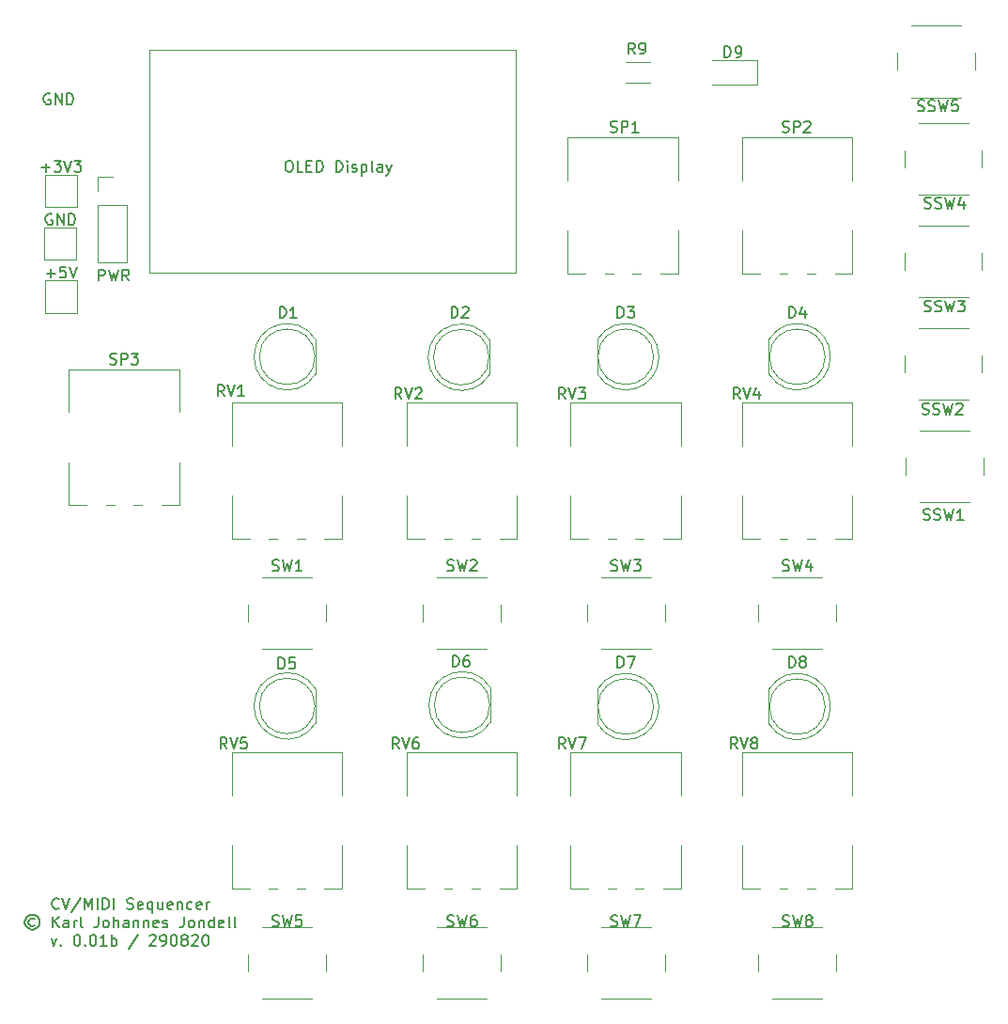
<source format=gbr>
%TF.GenerationSoftware,KiCad,Pcbnew,(5.1.6-0-10_14)*%
%TF.CreationDate,2020-08-30T21:59:18+02:00*%
%TF.ProjectId,sequencer-pcb,73657175-656e-4636-9572-2d7063622e6b,rev?*%
%TF.SameCoordinates,Original*%
%TF.FileFunction,Legend,Top*%
%TF.FilePolarity,Positive*%
%FSLAX46Y46*%
G04 Gerber Fmt 4.6, Leading zero omitted, Abs format (unit mm)*
G04 Created by KiCad (PCBNEW (5.1.6-0-10_14)) date 2020-08-30 21:59:18*
%MOMM*%
%LPD*%
G01*
G04 APERTURE LIST*
%ADD10C,0.150000*%
%ADD11C,0.120000*%
G04 APERTURE END LIST*
D10*
X100771428Y-130307142D02*
X100723809Y-130354761D01*
X100580952Y-130402380D01*
X100485714Y-130402380D01*
X100342857Y-130354761D01*
X100247619Y-130259523D01*
X100200000Y-130164285D01*
X100152380Y-129973809D01*
X100152380Y-129830952D01*
X100200000Y-129640476D01*
X100247619Y-129545238D01*
X100342857Y-129450000D01*
X100485714Y-129402380D01*
X100580952Y-129402380D01*
X100723809Y-129450000D01*
X100771428Y-129497619D01*
X101057142Y-129402380D02*
X101390476Y-130402380D01*
X101723809Y-129402380D01*
X102771428Y-129354761D02*
X101914285Y-130640476D01*
X103104761Y-130402380D02*
X103104761Y-129402380D01*
X103438095Y-130116666D01*
X103771428Y-129402380D01*
X103771428Y-130402380D01*
X104247619Y-130402380D02*
X104247619Y-129402380D01*
X104723809Y-130402380D02*
X104723809Y-129402380D01*
X104961904Y-129402380D01*
X105104761Y-129450000D01*
X105200000Y-129545238D01*
X105247619Y-129640476D01*
X105295238Y-129830952D01*
X105295238Y-129973809D01*
X105247619Y-130164285D01*
X105200000Y-130259523D01*
X105104761Y-130354761D01*
X104961904Y-130402380D01*
X104723809Y-130402380D01*
X105723809Y-130402380D02*
X105723809Y-129402380D01*
X106914285Y-130354761D02*
X107057142Y-130402380D01*
X107295238Y-130402380D01*
X107390476Y-130354761D01*
X107438095Y-130307142D01*
X107485714Y-130211904D01*
X107485714Y-130116666D01*
X107438095Y-130021428D01*
X107390476Y-129973809D01*
X107295238Y-129926190D01*
X107104761Y-129878571D01*
X107009523Y-129830952D01*
X106961904Y-129783333D01*
X106914285Y-129688095D01*
X106914285Y-129592857D01*
X106961904Y-129497619D01*
X107009523Y-129450000D01*
X107104761Y-129402380D01*
X107342857Y-129402380D01*
X107485714Y-129450000D01*
X108295238Y-130354761D02*
X108200000Y-130402380D01*
X108009523Y-130402380D01*
X107914285Y-130354761D01*
X107866666Y-130259523D01*
X107866666Y-129878571D01*
X107914285Y-129783333D01*
X108009523Y-129735714D01*
X108200000Y-129735714D01*
X108295238Y-129783333D01*
X108342857Y-129878571D01*
X108342857Y-129973809D01*
X107866666Y-130069047D01*
X109200000Y-129735714D02*
X109200000Y-130735714D01*
X109200000Y-130354761D02*
X109104761Y-130402380D01*
X108914285Y-130402380D01*
X108819047Y-130354761D01*
X108771428Y-130307142D01*
X108723809Y-130211904D01*
X108723809Y-129926190D01*
X108771428Y-129830952D01*
X108819047Y-129783333D01*
X108914285Y-129735714D01*
X109104761Y-129735714D01*
X109200000Y-129783333D01*
X110104761Y-129735714D02*
X110104761Y-130402380D01*
X109676190Y-129735714D02*
X109676190Y-130259523D01*
X109723809Y-130354761D01*
X109819047Y-130402380D01*
X109961904Y-130402380D01*
X110057142Y-130354761D01*
X110104761Y-130307142D01*
X110961904Y-130354761D02*
X110866666Y-130402380D01*
X110676190Y-130402380D01*
X110580952Y-130354761D01*
X110533333Y-130259523D01*
X110533333Y-129878571D01*
X110580952Y-129783333D01*
X110676190Y-129735714D01*
X110866666Y-129735714D01*
X110961904Y-129783333D01*
X111009523Y-129878571D01*
X111009523Y-129973809D01*
X110533333Y-130069047D01*
X111438095Y-129735714D02*
X111438095Y-130402380D01*
X111438095Y-129830952D02*
X111485714Y-129783333D01*
X111580952Y-129735714D01*
X111723809Y-129735714D01*
X111819047Y-129783333D01*
X111866666Y-129878571D01*
X111866666Y-130402380D01*
X112771428Y-130354761D02*
X112676190Y-130402380D01*
X112485714Y-130402380D01*
X112390476Y-130354761D01*
X112342857Y-130307142D01*
X112295238Y-130211904D01*
X112295238Y-129926190D01*
X112342857Y-129830952D01*
X112390476Y-129783333D01*
X112485714Y-129735714D01*
X112676190Y-129735714D01*
X112771428Y-129783333D01*
X113580952Y-130354761D02*
X113485714Y-130402380D01*
X113295238Y-130402380D01*
X113200000Y-130354761D01*
X113152380Y-130259523D01*
X113152380Y-129878571D01*
X113200000Y-129783333D01*
X113295238Y-129735714D01*
X113485714Y-129735714D01*
X113580952Y-129783333D01*
X113628571Y-129878571D01*
X113628571Y-129973809D01*
X113152380Y-130069047D01*
X114057142Y-130402380D02*
X114057142Y-129735714D01*
X114057142Y-129926190D02*
X114104761Y-129830952D01*
X114152380Y-129783333D01*
X114247619Y-129735714D01*
X114342857Y-129735714D01*
X98557142Y-131290476D02*
X98461904Y-131242857D01*
X98271428Y-131242857D01*
X98176190Y-131290476D01*
X98080952Y-131385714D01*
X98033333Y-131480952D01*
X98033333Y-131671428D01*
X98080952Y-131766666D01*
X98176190Y-131861904D01*
X98271428Y-131909523D01*
X98461904Y-131909523D01*
X98557142Y-131861904D01*
X98366666Y-130909523D02*
X98128571Y-130957142D01*
X97890476Y-131100000D01*
X97747619Y-131338095D01*
X97700000Y-131576190D01*
X97747619Y-131814285D01*
X97890476Y-132052380D01*
X98128571Y-132195238D01*
X98366666Y-132242857D01*
X98604761Y-132195238D01*
X98842857Y-132052380D01*
X98985714Y-131814285D01*
X99033333Y-131576190D01*
X98985714Y-131338095D01*
X98842857Y-131100000D01*
X98604761Y-130957142D01*
X98366666Y-130909523D01*
X100223809Y-132052380D02*
X100223809Y-131052380D01*
X100795238Y-132052380D02*
X100366666Y-131480952D01*
X100795238Y-131052380D02*
X100223809Y-131623809D01*
X101652380Y-132052380D02*
X101652380Y-131528571D01*
X101604761Y-131433333D01*
X101509523Y-131385714D01*
X101319047Y-131385714D01*
X101223809Y-131433333D01*
X101652380Y-132004761D02*
X101557142Y-132052380D01*
X101319047Y-132052380D01*
X101223809Y-132004761D01*
X101176190Y-131909523D01*
X101176190Y-131814285D01*
X101223809Y-131719047D01*
X101319047Y-131671428D01*
X101557142Y-131671428D01*
X101652380Y-131623809D01*
X102128571Y-132052380D02*
X102128571Y-131385714D01*
X102128571Y-131576190D02*
X102176190Y-131480952D01*
X102223809Y-131433333D01*
X102319047Y-131385714D01*
X102414285Y-131385714D01*
X102890476Y-132052380D02*
X102795238Y-132004761D01*
X102747619Y-131909523D01*
X102747619Y-131052380D01*
X104319047Y-131052380D02*
X104319047Y-131766666D01*
X104271428Y-131909523D01*
X104176190Y-132004761D01*
X104033333Y-132052380D01*
X103938095Y-132052380D01*
X104938095Y-132052380D02*
X104842857Y-132004761D01*
X104795238Y-131957142D01*
X104747619Y-131861904D01*
X104747619Y-131576190D01*
X104795238Y-131480952D01*
X104842857Y-131433333D01*
X104938095Y-131385714D01*
X105080952Y-131385714D01*
X105176190Y-131433333D01*
X105223809Y-131480952D01*
X105271428Y-131576190D01*
X105271428Y-131861904D01*
X105223809Y-131957142D01*
X105176190Y-132004761D01*
X105080952Y-132052380D01*
X104938095Y-132052380D01*
X105700000Y-132052380D02*
X105700000Y-131052380D01*
X106128571Y-132052380D02*
X106128571Y-131528571D01*
X106080952Y-131433333D01*
X105985714Y-131385714D01*
X105842857Y-131385714D01*
X105747619Y-131433333D01*
X105700000Y-131480952D01*
X107033333Y-132052380D02*
X107033333Y-131528571D01*
X106985714Y-131433333D01*
X106890476Y-131385714D01*
X106700000Y-131385714D01*
X106604761Y-131433333D01*
X107033333Y-132004761D02*
X106938095Y-132052380D01*
X106700000Y-132052380D01*
X106604761Y-132004761D01*
X106557142Y-131909523D01*
X106557142Y-131814285D01*
X106604761Y-131719047D01*
X106700000Y-131671428D01*
X106938095Y-131671428D01*
X107033333Y-131623809D01*
X107509523Y-131385714D02*
X107509523Y-132052380D01*
X107509523Y-131480952D02*
X107557142Y-131433333D01*
X107652380Y-131385714D01*
X107795238Y-131385714D01*
X107890476Y-131433333D01*
X107938095Y-131528571D01*
X107938095Y-132052380D01*
X108414285Y-131385714D02*
X108414285Y-132052380D01*
X108414285Y-131480952D02*
X108461904Y-131433333D01*
X108557142Y-131385714D01*
X108700000Y-131385714D01*
X108795238Y-131433333D01*
X108842857Y-131528571D01*
X108842857Y-132052380D01*
X109700000Y-132004761D02*
X109604761Y-132052380D01*
X109414285Y-132052380D01*
X109319047Y-132004761D01*
X109271428Y-131909523D01*
X109271428Y-131528571D01*
X109319047Y-131433333D01*
X109414285Y-131385714D01*
X109604761Y-131385714D01*
X109700000Y-131433333D01*
X109747619Y-131528571D01*
X109747619Y-131623809D01*
X109271428Y-131719047D01*
X110128571Y-132004761D02*
X110223809Y-132052380D01*
X110414285Y-132052380D01*
X110509523Y-132004761D01*
X110557142Y-131909523D01*
X110557142Y-131861904D01*
X110509523Y-131766666D01*
X110414285Y-131719047D01*
X110271428Y-131719047D01*
X110176190Y-131671428D01*
X110128571Y-131576190D01*
X110128571Y-131528571D01*
X110176190Y-131433333D01*
X110271428Y-131385714D01*
X110414285Y-131385714D01*
X110509523Y-131433333D01*
X112033333Y-131052380D02*
X112033333Y-131766666D01*
X111985714Y-131909523D01*
X111890476Y-132004761D01*
X111747619Y-132052380D01*
X111652380Y-132052380D01*
X112652380Y-132052380D02*
X112557142Y-132004761D01*
X112509523Y-131957142D01*
X112461904Y-131861904D01*
X112461904Y-131576190D01*
X112509523Y-131480952D01*
X112557142Y-131433333D01*
X112652380Y-131385714D01*
X112795238Y-131385714D01*
X112890476Y-131433333D01*
X112938095Y-131480952D01*
X112985714Y-131576190D01*
X112985714Y-131861904D01*
X112938095Y-131957142D01*
X112890476Y-132004761D01*
X112795238Y-132052380D01*
X112652380Y-132052380D01*
X113414285Y-131385714D02*
X113414285Y-132052380D01*
X113414285Y-131480952D02*
X113461904Y-131433333D01*
X113557142Y-131385714D01*
X113700000Y-131385714D01*
X113795238Y-131433333D01*
X113842857Y-131528571D01*
X113842857Y-132052380D01*
X114747619Y-132052380D02*
X114747619Y-131052380D01*
X114747619Y-132004761D02*
X114652380Y-132052380D01*
X114461904Y-132052380D01*
X114366666Y-132004761D01*
X114319047Y-131957142D01*
X114271428Y-131861904D01*
X114271428Y-131576190D01*
X114319047Y-131480952D01*
X114366666Y-131433333D01*
X114461904Y-131385714D01*
X114652380Y-131385714D01*
X114747619Y-131433333D01*
X115604761Y-132004761D02*
X115509523Y-132052380D01*
X115319047Y-132052380D01*
X115223809Y-132004761D01*
X115176190Y-131909523D01*
X115176190Y-131528571D01*
X115223809Y-131433333D01*
X115319047Y-131385714D01*
X115509523Y-131385714D01*
X115604761Y-131433333D01*
X115652380Y-131528571D01*
X115652380Y-131623809D01*
X115176190Y-131719047D01*
X116223809Y-132052380D02*
X116128571Y-132004761D01*
X116080952Y-131909523D01*
X116080952Y-131052380D01*
X116747619Y-132052380D02*
X116652380Y-132004761D01*
X116604761Y-131909523D01*
X116604761Y-131052380D01*
X100080952Y-133035714D02*
X100319047Y-133702380D01*
X100557142Y-133035714D01*
X100938095Y-133607142D02*
X100985714Y-133654761D01*
X100938095Y-133702380D01*
X100890476Y-133654761D01*
X100938095Y-133607142D01*
X100938095Y-133702380D01*
X102366666Y-132702380D02*
X102461904Y-132702380D01*
X102557142Y-132750000D01*
X102604761Y-132797619D01*
X102652380Y-132892857D01*
X102700000Y-133083333D01*
X102700000Y-133321428D01*
X102652380Y-133511904D01*
X102604761Y-133607142D01*
X102557142Y-133654761D01*
X102461904Y-133702380D01*
X102366666Y-133702380D01*
X102271428Y-133654761D01*
X102223809Y-133607142D01*
X102176190Y-133511904D01*
X102128571Y-133321428D01*
X102128571Y-133083333D01*
X102176190Y-132892857D01*
X102223809Y-132797619D01*
X102271428Y-132750000D01*
X102366666Y-132702380D01*
X103128571Y-133607142D02*
X103176190Y-133654761D01*
X103128571Y-133702380D01*
X103080952Y-133654761D01*
X103128571Y-133607142D01*
X103128571Y-133702380D01*
X103795238Y-132702380D02*
X103890476Y-132702380D01*
X103985714Y-132750000D01*
X104033333Y-132797619D01*
X104080952Y-132892857D01*
X104128571Y-133083333D01*
X104128571Y-133321428D01*
X104080952Y-133511904D01*
X104033333Y-133607142D01*
X103985714Y-133654761D01*
X103890476Y-133702380D01*
X103795238Y-133702380D01*
X103700000Y-133654761D01*
X103652380Y-133607142D01*
X103604761Y-133511904D01*
X103557142Y-133321428D01*
X103557142Y-133083333D01*
X103604761Y-132892857D01*
X103652380Y-132797619D01*
X103700000Y-132750000D01*
X103795238Y-132702380D01*
X105080952Y-133702380D02*
X104509523Y-133702380D01*
X104795238Y-133702380D02*
X104795238Y-132702380D01*
X104700000Y-132845238D01*
X104604761Y-132940476D01*
X104509523Y-132988095D01*
X105509523Y-133702380D02*
X105509523Y-132702380D01*
X105509523Y-133083333D02*
X105604761Y-133035714D01*
X105795238Y-133035714D01*
X105890476Y-133083333D01*
X105938095Y-133130952D01*
X105985714Y-133226190D01*
X105985714Y-133511904D01*
X105938095Y-133607142D01*
X105890476Y-133654761D01*
X105795238Y-133702380D01*
X105604761Y-133702380D01*
X105509523Y-133654761D01*
X107890476Y-132654761D02*
X107033333Y-133940476D01*
X108938095Y-132797619D02*
X108985714Y-132750000D01*
X109080952Y-132702380D01*
X109319047Y-132702380D01*
X109414285Y-132750000D01*
X109461904Y-132797619D01*
X109509523Y-132892857D01*
X109509523Y-132988095D01*
X109461904Y-133130952D01*
X108890476Y-133702380D01*
X109509523Y-133702380D01*
X109985714Y-133702380D02*
X110176190Y-133702380D01*
X110271428Y-133654761D01*
X110319047Y-133607142D01*
X110414285Y-133464285D01*
X110461904Y-133273809D01*
X110461904Y-132892857D01*
X110414285Y-132797619D01*
X110366666Y-132750000D01*
X110271428Y-132702380D01*
X110080952Y-132702380D01*
X109985714Y-132750000D01*
X109938095Y-132797619D01*
X109890476Y-132892857D01*
X109890476Y-133130952D01*
X109938095Y-133226190D01*
X109985714Y-133273809D01*
X110080952Y-133321428D01*
X110271428Y-133321428D01*
X110366666Y-133273809D01*
X110414285Y-133226190D01*
X110461904Y-133130952D01*
X111080952Y-132702380D02*
X111176190Y-132702380D01*
X111271428Y-132750000D01*
X111319047Y-132797619D01*
X111366666Y-132892857D01*
X111414285Y-133083333D01*
X111414285Y-133321428D01*
X111366666Y-133511904D01*
X111319047Y-133607142D01*
X111271428Y-133654761D01*
X111176190Y-133702380D01*
X111080952Y-133702380D01*
X110985714Y-133654761D01*
X110938095Y-133607142D01*
X110890476Y-133511904D01*
X110842857Y-133321428D01*
X110842857Y-133083333D01*
X110890476Y-132892857D01*
X110938095Y-132797619D01*
X110985714Y-132750000D01*
X111080952Y-132702380D01*
X111985714Y-133130952D02*
X111890476Y-133083333D01*
X111842857Y-133035714D01*
X111795238Y-132940476D01*
X111795238Y-132892857D01*
X111842857Y-132797619D01*
X111890476Y-132750000D01*
X111985714Y-132702380D01*
X112176190Y-132702380D01*
X112271428Y-132750000D01*
X112319047Y-132797619D01*
X112366666Y-132892857D01*
X112366666Y-132940476D01*
X112319047Y-133035714D01*
X112271428Y-133083333D01*
X112176190Y-133130952D01*
X111985714Y-133130952D01*
X111890476Y-133178571D01*
X111842857Y-133226190D01*
X111795238Y-133321428D01*
X111795238Y-133511904D01*
X111842857Y-133607142D01*
X111890476Y-133654761D01*
X111985714Y-133702380D01*
X112176190Y-133702380D01*
X112271428Y-133654761D01*
X112319047Y-133607142D01*
X112366666Y-133511904D01*
X112366666Y-133321428D01*
X112319047Y-133226190D01*
X112271428Y-133178571D01*
X112176190Y-133130952D01*
X112747619Y-132797619D02*
X112795238Y-132750000D01*
X112890476Y-132702380D01*
X113128571Y-132702380D01*
X113223809Y-132750000D01*
X113271428Y-132797619D01*
X113319047Y-132892857D01*
X113319047Y-132988095D01*
X113271428Y-133130952D01*
X112700000Y-133702380D01*
X113319047Y-133702380D01*
X113938095Y-132702380D02*
X114033333Y-132702380D01*
X114128571Y-132750000D01*
X114176190Y-132797619D01*
X114223809Y-132892857D01*
X114271428Y-133083333D01*
X114271428Y-133321428D01*
X114223809Y-133511904D01*
X114176190Y-133607142D01*
X114128571Y-133654761D01*
X114033333Y-133702380D01*
X113938095Y-133702380D01*
X113842857Y-133654761D01*
X113795238Y-133607142D01*
X113747619Y-133511904D01*
X113700000Y-133321428D01*
X113700000Y-133083333D01*
X113747619Y-132892857D01*
X113795238Y-132797619D01*
X113842857Y-132750000D01*
X113938095Y-132702380D01*
D11*
%TO.C,D9*%
X159650000Y-56185000D02*
X163710000Y-56185000D01*
X163710000Y-56185000D02*
X163710000Y-53915000D01*
X163710000Y-53915000D02*
X159650000Y-53915000D01*
%TO.C,+5V*%
X99500000Y-73800000D02*
X102400000Y-73800000D01*
X102400000Y-73800000D02*
X102400000Y-76700000D01*
X102400000Y-76700000D02*
X99500000Y-76700000D01*
X99500000Y-76700000D02*
X99500000Y-73800000D01*
%TO.C,GND*%
X99450000Y-69025000D02*
X102350000Y-69025000D01*
X102350000Y-69025000D02*
X102350000Y-71925000D01*
X102350000Y-71925000D02*
X99450000Y-71925000D01*
X99450000Y-71925000D02*
X99450000Y-69025000D01*
%TO.C,+3V3*%
X99500000Y-64250000D02*
X102400000Y-64250000D01*
X102400000Y-64250000D02*
X102400000Y-67150000D01*
X102400000Y-67150000D02*
X99500000Y-67150000D01*
X99500000Y-67150000D02*
X99500000Y-64250000D01*
%TO.C,PWR*%
X104270000Y-72160000D02*
X106930000Y-72160000D01*
X104270000Y-67020000D02*
X104270000Y-72160000D01*
X106930000Y-67020000D02*
X106930000Y-72160000D01*
X104270000Y-67020000D02*
X106930000Y-67020000D01*
X104270000Y-65750000D02*
X104270000Y-64420000D01*
X104270000Y-64420000D02*
X105600000Y-64420000D01*
%TO.C,RV1*%
X116368000Y-97050000D02*
X116368000Y-93185000D01*
X116368000Y-88675000D02*
X116368000Y-84810000D01*
X126308000Y-97050000D02*
X126308000Y-93185000D01*
X126308000Y-88675000D02*
X126308000Y-84810000D01*
X116368000Y-97050000D02*
X117967000Y-97050000D01*
X119709000Y-97050000D02*
X120468000Y-97050000D01*
X122209000Y-97050000D02*
X122968000Y-97050000D01*
X124708000Y-97050000D02*
X126308000Y-97050000D01*
X116368000Y-84810000D02*
X126308000Y-84810000D01*
%TO.C,OLED Display*%
X108950000Y-73050000D02*
X108950000Y-53050000D01*
X141950000Y-73050000D02*
X108950000Y-73050000D01*
X141950000Y-53050000D02*
X141950000Y-73050000D01*
X108950000Y-53050000D02*
X141950000Y-53050000D01*
%TO.C,SP3*%
X101680000Y-94020000D02*
X101680000Y-90155000D01*
X101680000Y-85645000D02*
X101680000Y-81780000D01*
X111620000Y-94020000D02*
X111620000Y-90155000D01*
X111620000Y-85645000D02*
X111620000Y-81780000D01*
X101680000Y-94020000D02*
X103279000Y-94020000D01*
X105021000Y-94020000D02*
X105780000Y-94020000D01*
X107521000Y-94020000D02*
X108280000Y-94020000D01*
X110020000Y-94020000D02*
X111620000Y-94020000D01*
X101680000Y-81780000D02*
X111620000Y-81780000D01*
%TO.C,SP2*%
X162353000Y-60906000D02*
X172293000Y-60906000D01*
X170693000Y-73146000D02*
X172293000Y-73146000D01*
X168194000Y-73146000D02*
X168953000Y-73146000D01*
X165694000Y-73146000D02*
X166453000Y-73146000D01*
X162353000Y-73146000D02*
X163952000Y-73146000D01*
X172293000Y-64771000D02*
X172293000Y-60906000D01*
X172293000Y-73146000D02*
X172293000Y-69281000D01*
X162353000Y-64771000D02*
X162353000Y-60906000D01*
X162353000Y-73146000D02*
X162353000Y-69281000D01*
%TO.C,SP1*%
X146640000Y-73146000D02*
X146640000Y-69281000D01*
X146640000Y-64771000D02*
X146640000Y-60906000D01*
X156580000Y-73146000D02*
X156580000Y-69281000D01*
X156580000Y-64771000D02*
X156580000Y-60906000D01*
X146640000Y-73146000D02*
X148239000Y-73146000D01*
X149981000Y-73146000D02*
X150740000Y-73146000D01*
X152481000Y-73146000D02*
X153240000Y-73146000D01*
X154980000Y-73146000D02*
X156580000Y-73146000D01*
X146640000Y-60906000D02*
X156580000Y-60906000D01*
%TO.C,RV8*%
X162353000Y-116306000D02*
X172293000Y-116306000D01*
X170693000Y-128546000D02*
X172293000Y-128546000D01*
X168194000Y-128546000D02*
X168953000Y-128546000D01*
X165694000Y-128546000D02*
X166453000Y-128546000D01*
X162353000Y-128546000D02*
X163952000Y-128546000D01*
X172293000Y-120171000D02*
X172293000Y-116306000D01*
X172293000Y-128546000D02*
X172293000Y-124681000D01*
X162353000Y-120171000D02*
X162353000Y-116306000D01*
X162353000Y-128546000D02*
X162353000Y-124681000D01*
%TO.C,RV7*%
X146894000Y-128546000D02*
X146894000Y-124681000D01*
X146894000Y-120171000D02*
X146894000Y-116306000D01*
X156834000Y-128546000D02*
X156834000Y-124681000D01*
X156834000Y-120171000D02*
X156834000Y-116306000D01*
X146894000Y-128546000D02*
X148493000Y-128546000D01*
X150235000Y-128546000D02*
X150994000Y-128546000D01*
X152735000Y-128546000D02*
X153494000Y-128546000D01*
X155234000Y-128546000D02*
X156834000Y-128546000D01*
X146894000Y-116306000D02*
X156834000Y-116306000D01*
%TO.C,RV6*%
X132127000Y-128546000D02*
X132127000Y-124681000D01*
X132127000Y-120171000D02*
X132127000Y-116306000D01*
X142067000Y-128546000D02*
X142067000Y-124681000D01*
X142067000Y-120171000D02*
X142067000Y-116306000D01*
X132127000Y-128546000D02*
X133726000Y-128546000D01*
X135468000Y-128546000D02*
X136227000Y-128546000D01*
X137968000Y-128546000D02*
X138727000Y-128546000D01*
X140467000Y-128546000D02*
X142067000Y-128546000D01*
X132127000Y-116306000D02*
X142067000Y-116306000D01*
%TO.C,RV5*%
X116368000Y-128546000D02*
X116368000Y-124681000D01*
X116368000Y-120171000D02*
X116368000Y-116306000D01*
X126308000Y-128546000D02*
X126308000Y-124681000D01*
X126308000Y-120171000D02*
X126308000Y-116306000D01*
X116368000Y-128546000D02*
X117967000Y-128546000D01*
X119709000Y-128546000D02*
X120468000Y-128546000D01*
X122209000Y-128546000D02*
X122968000Y-128546000D01*
X124708000Y-128546000D02*
X126308000Y-128546000D01*
X116368000Y-116306000D02*
X126308000Y-116306000D01*
%TO.C,RV4*%
X162353000Y-84810000D02*
X172293000Y-84810000D01*
X170693000Y-97050000D02*
X172293000Y-97050000D01*
X168194000Y-97050000D02*
X168953000Y-97050000D01*
X165694000Y-97050000D02*
X166453000Y-97050000D01*
X162353000Y-97050000D02*
X163952000Y-97050000D01*
X172293000Y-88675000D02*
X172293000Y-84810000D01*
X172293000Y-97050000D02*
X172293000Y-93185000D01*
X162353000Y-88675000D02*
X162353000Y-84810000D01*
X162353000Y-97050000D02*
X162353000Y-93185000D01*
%TO.C,RV3*%
X146894000Y-97050000D02*
X146894000Y-93185000D01*
X146894000Y-88675000D02*
X146894000Y-84810000D01*
X156834000Y-97050000D02*
X156834000Y-93185000D01*
X156834000Y-88675000D02*
X156834000Y-84810000D01*
X146894000Y-97050000D02*
X148493000Y-97050000D01*
X150235000Y-97050000D02*
X150994000Y-97050000D01*
X152735000Y-97050000D02*
X153494000Y-97050000D01*
X155234000Y-97050000D02*
X156834000Y-97050000D01*
X146894000Y-84810000D02*
X156834000Y-84810000D01*
%TO.C,RV2*%
X132127000Y-97050000D02*
X132127000Y-93185000D01*
X132127000Y-88675000D02*
X132127000Y-84810000D01*
X142067000Y-97050000D02*
X142067000Y-93185000D01*
X142067000Y-88675000D02*
X142067000Y-84810000D01*
X132127000Y-97050000D02*
X133726000Y-97050000D01*
X135468000Y-97050000D02*
X136227000Y-97050000D01*
X137968000Y-97050000D02*
X138727000Y-97050000D01*
X140467000Y-97050000D02*
X142067000Y-97050000D01*
X132127000Y-84810000D02*
X142067000Y-84810000D01*
%TO.C,SSW5*%
X176323000Y-53300000D02*
X176323000Y-54800000D01*
X177573000Y-57300000D02*
X182073000Y-57300000D01*
X183323000Y-54800000D02*
X183323000Y-53300000D01*
X182073000Y-50800000D02*
X177573000Y-50800000D01*
%TO.C,SSW1*%
X178328000Y-93778000D02*
X182828000Y-93778000D01*
X177078000Y-89778000D02*
X177078000Y-91278000D01*
X182828000Y-87278000D02*
X178328000Y-87278000D01*
X184078000Y-91278000D02*
X184078000Y-89778000D01*
%TO.C,SSW3*%
X178224000Y-75320666D02*
X182724000Y-75320666D01*
X176974000Y-71320666D02*
X176974000Y-72820666D01*
X182724000Y-68820666D02*
X178224000Y-68820666D01*
X183974000Y-72820666D02*
X183974000Y-71320666D01*
%TO.C,SSW2*%
X178224000Y-84549332D02*
X182724000Y-84549332D01*
X176974000Y-80549332D02*
X176974000Y-82049332D01*
X182724000Y-78049332D02*
X178224000Y-78049332D01*
X183974000Y-82049332D02*
X183974000Y-80549332D01*
%TO.C,SSW4*%
X178224000Y-66092000D02*
X182724000Y-66092000D01*
X176974000Y-62092000D02*
X176974000Y-63592000D01*
X182724000Y-59592000D02*
X178224000Y-59592000D01*
X183974000Y-63592000D02*
X183974000Y-62092000D01*
%TO.C,SW8*%
X170823000Y-135982000D02*
X170823000Y-134482000D01*
X169573000Y-131982000D02*
X165073000Y-131982000D01*
X163823000Y-134482000D02*
X163823000Y-135982000D01*
X165073000Y-138482000D02*
X169573000Y-138482000D01*
%TO.C,SW7*%
X149614000Y-138482000D02*
X154114000Y-138482000D01*
X148364000Y-134482000D02*
X148364000Y-135982000D01*
X154114000Y-131982000D02*
X149614000Y-131982000D01*
X155364000Y-135982000D02*
X155364000Y-134482000D01*
%TO.C,SW6*%
X134847000Y-138482000D02*
X139347000Y-138482000D01*
X133597000Y-134482000D02*
X133597000Y-135982000D01*
X139347000Y-131982000D02*
X134847000Y-131982000D01*
X140597000Y-135982000D02*
X140597000Y-134482000D01*
%TO.C,SW5*%
X119088000Y-138482000D02*
X123588000Y-138482000D01*
X117838000Y-134482000D02*
X117838000Y-135982000D01*
X123588000Y-131982000D02*
X119088000Y-131982000D01*
X124838000Y-135982000D02*
X124838000Y-134482000D01*
%TO.C,SW4*%
X170823000Y-104486000D02*
X170823000Y-102986000D01*
X169573000Y-100486000D02*
X165073000Y-100486000D01*
X163823000Y-102986000D02*
X163823000Y-104486000D01*
X165073000Y-106986000D02*
X169573000Y-106986000D01*
%TO.C,SW3*%
X149614000Y-106986000D02*
X154114000Y-106986000D01*
X148364000Y-102986000D02*
X148364000Y-104486000D01*
X154114000Y-100486000D02*
X149614000Y-100486000D01*
X155364000Y-104486000D02*
X155364000Y-102986000D01*
%TO.C,SW2*%
X134847000Y-106986000D02*
X139347000Y-106986000D01*
X133597000Y-102986000D02*
X133597000Y-104486000D01*
X139347000Y-100486000D02*
X134847000Y-100486000D01*
X140597000Y-104486000D02*
X140597000Y-102986000D01*
%TO.C,SW1*%
X119088000Y-106986000D02*
X123588000Y-106986000D01*
X117838000Y-102986000D02*
X117838000Y-104486000D01*
X123588000Y-100486000D02*
X119088000Y-100486000D01*
X124838000Y-104486000D02*
X124838000Y-102986000D01*
%TO.C,R9*%
X154061252Y-54140000D02*
X151838748Y-54140000D01*
X154061252Y-55960000D02*
X151838748Y-55960000D01*
%TO.C,D8*%
X164758000Y-110609000D02*
X164758000Y-113699000D01*
X169818000Y-112154000D02*
G75*
G03*
X169818000Y-112154000I-2500000J0D01*
G01*
X170308000Y-112153538D02*
G75*
G02*
X164758000Y-113698830I-2990000J-462D01*
G01*
X170308000Y-112154462D02*
G75*
G03*
X164758000Y-110609170I-2990000J462D01*
G01*
%TO.C,D7*%
X154359000Y-112154000D02*
G75*
G03*
X154359000Y-112154000I-2500000J0D01*
G01*
X149299000Y-110609000D02*
X149299000Y-113699000D01*
X154849000Y-112154462D02*
G75*
G03*
X149299000Y-110609170I-2990000J462D01*
G01*
X154849000Y-112153538D02*
G75*
G02*
X149299000Y-113698830I-2990000J-462D01*
G01*
%TO.C,D6*%
X139602000Y-112000000D02*
G75*
G03*
X139602000Y-112000000I-2500000J0D01*
G01*
X139662000Y-113545000D02*
X139662000Y-110455000D01*
X134112000Y-111999538D02*
G75*
G03*
X139662000Y-113544830I2990000J-462D01*
G01*
X134112000Y-112000462D02*
G75*
G02*
X139662000Y-110455170I2990000J462D01*
G01*
%TO.C,D5*%
X123843000Y-112100000D02*
G75*
G03*
X123843000Y-112100000I-2500000J0D01*
G01*
X123903000Y-113645000D02*
X123903000Y-110555000D01*
X118353000Y-112099538D02*
G75*
G03*
X123903000Y-113644830I2990000J-462D01*
G01*
X118353000Y-112100462D02*
G75*
G02*
X123903000Y-110555170I2990000J462D01*
G01*
%TO.C,D4*%
X164758000Y-79113000D02*
X164758000Y-82203000D01*
X169818000Y-80658000D02*
G75*
G03*
X169818000Y-80658000I-2500000J0D01*
G01*
X170308000Y-80657538D02*
G75*
G02*
X164758000Y-82202830I-2990000J-462D01*
G01*
X170308000Y-80658462D02*
G75*
G03*
X164758000Y-79113170I-2990000J462D01*
G01*
%TO.C,D3*%
X154359000Y-80658000D02*
G75*
G03*
X154359000Y-80658000I-2500000J0D01*
G01*
X149299000Y-79113000D02*
X149299000Y-82203000D01*
X154849000Y-80658462D02*
G75*
G03*
X149299000Y-79113170I-2990000J462D01*
G01*
X154849000Y-80657538D02*
G75*
G02*
X149299000Y-82202830I-2990000J-462D01*
G01*
%TO.C,D2*%
X139530000Y-80700000D02*
G75*
G03*
X139530000Y-80700000I-2500000J0D01*
G01*
X139590000Y-82245000D02*
X139590000Y-79155000D01*
X134040000Y-80699538D02*
G75*
G03*
X139590000Y-82244830I2990000J-462D01*
G01*
X134040000Y-80700462D02*
G75*
G02*
X139590000Y-79155170I2990000J462D01*
G01*
%TO.C,D1*%
X123843000Y-80658000D02*
G75*
G03*
X123843000Y-80658000I-2500000J0D01*
G01*
X123903000Y-82203000D02*
X123903000Y-79113000D01*
X118353000Y-80657538D02*
G75*
G03*
X123903000Y-82202830I2990000J-462D01*
G01*
X118353000Y-80658462D02*
G75*
G02*
X123903000Y-79113170I2990000J462D01*
G01*
%TO.C,D9*%
D10*
X160761904Y-53702380D02*
X160761904Y-52702380D01*
X161000000Y-52702380D01*
X161142857Y-52750000D01*
X161238095Y-52845238D01*
X161285714Y-52940476D01*
X161333333Y-53130952D01*
X161333333Y-53273809D01*
X161285714Y-53464285D01*
X161238095Y-53559523D01*
X161142857Y-53654761D01*
X161000000Y-53702380D01*
X160761904Y-53702380D01*
X161809523Y-53702380D02*
X162000000Y-53702380D01*
X162095238Y-53654761D01*
X162142857Y-53607142D01*
X162238095Y-53464285D01*
X162285714Y-53273809D01*
X162285714Y-52892857D01*
X162238095Y-52797619D01*
X162190476Y-52750000D01*
X162095238Y-52702380D01*
X161904761Y-52702380D01*
X161809523Y-52750000D01*
X161761904Y-52797619D01*
X161714285Y-52892857D01*
X161714285Y-53130952D01*
X161761904Y-53226190D01*
X161809523Y-53273809D01*
X161904761Y-53321428D01*
X162095238Y-53321428D01*
X162190476Y-53273809D01*
X162238095Y-53226190D01*
X162285714Y-53130952D01*
%TO.C,+5V*%
X99664285Y-73173428D02*
X100426190Y-73173428D01*
X100045238Y-73554380D02*
X100045238Y-72792476D01*
X101378571Y-72554380D02*
X100902380Y-72554380D01*
X100854761Y-73030571D01*
X100902380Y-72982952D01*
X100997619Y-72935333D01*
X101235714Y-72935333D01*
X101330952Y-72982952D01*
X101378571Y-73030571D01*
X101426190Y-73125809D01*
X101426190Y-73363904D01*
X101378571Y-73459142D01*
X101330952Y-73506761D01*
X101235714Y-73554380D01*
X100997619Y-73554380D01*
X100902380Y-73506761D01*
X100854761Y-73459142D01*
X101711904Y-72554380D02*
X102045238Y-73554380D01*
X102378571Y-72554380D01*
%TO.C,GND*%
X100138095Y-67827000D02*
X100042857Y-67779380D01*
X99900000Y-67779380D01*
X99757142Y-67827000D01*
X99661904Y-67922238D01*
X99614285Y-68017476D01*
X99566666Y-68207952D01*
X99566666Y-68350809D01*
X99614285Y-68541285D01*
X99661904Y-68636523D01*
X99757142Y-68731761D01*
X99900000Y-68779380D01*
X99995238Y-68779380D01*
X100138095Y-68731761D01*
X100185714Y-68684142D01*
X100185714Y-68350809D01*
X99995238Y-68350809D01*
X100614285Y-68779380D02*
X100614285Y-67779380D01*
X101185714Y-68779380D01*
X101185714Y-67779380D01*
X101661904Y-68779380D02*
X101661904Y-67779380D01*
X101900000Y-67779380D01*
X102042857Y-67827000D01*
X102138095Y-67922238D01*
X102185714Y-68017476D01*
X102233333Y-68207952D01*
X102233333Y-68350809D01*
X102185714Y-68541285D01*
X102138095Y-68636523D01*
X102042857Y-68731761D01*
X101900000Y-68779380D01*
X101661904Y-68779380D01*
%TO.C,+3V3*%
X99188095Y-63623428D02*
X99950000Y-63623428D01*
X99569047Y-64004380D02*
X99569047Y-63242476D01*
X100330952Y-63004380D02*
X100950000Y-63004380D01*
X100616666Y-63385333D01*
X100759523Y-63385333D01*
X100854761Y-63432952D01*
X100902380Y-63480571D01*
X100950000Y-63575809D01*
X100950000Y-63813904D01*
X100902380Y-63909142D01*
X100854761Y-63956761D01*
X100759523Y-64004380D01*
X100473809Y-64004380D01*
X100378571Y-63956761D01*
X100330952Y-63909142D01*
X101235714Y-63004380D02*
X101569047Y-64004380D01*
X101902380Y-63004380D01*
X102140476Y-63004380D02*
X102759523Y-63004380D01*
X102426190Y-63385333D01*
X102569047Y-63385333D01*
X102664285Y-63432952D01*
X102711904Y-63480571D01*
X102759523Y-63575809D01*
X102759523Y-63813904D01*
X102711904Y-63909142D01*
X102664285Y-63956761D01*
X102569047Y-64004380D01*
X102283333Y-64004380D01*
X102188095Y-63956761D01*
X102140476Y-63909142D01*
%TO.C,PWR*%
X104366666Y-73802380D02*
X104366666Y-72802380D01*
X104747619Y-72802380D01*
X104842857Y-72850000D01*
X104890476Y-72897619D01*
X104938095Y-72992857D01*
X104938095Y-73135714D01*
X104890476Y-73230952D01*
X104842857Y-73278571D01*
X104747619Y-73326190D01*
X104366666Y-73326190D01*
X105271428Y-72802380D02*
X105509523Y-73802380D01*
X105700000Y-73088095D01*
X105890476Y-73802380D01*
X106128571Y-72802380D01*
X107080952Y-73802380D02*
X106747619Y-73326190D01*
X106509523Y-73802380D02*
X106509523Y-72802380D01*
X106890476Y-72802380D01*
X106985714Y-72850000D01*
X107033333Y-72897619D01*
X107080952Y-72992857D01*
X107080952Y-73135714D01*
X107033333Y-73230952D01*
X106985714Y-73278571D01*
X106890476Y-73326190D01*
X106509523Y-73326190D01*
%TO.C,RV1*%
X115654761Y-84202380D02*
X115321428Y-83726190D01*
X115083333Y-84202380D02*
X115083333Y-83202380D01*
X115464285Y-83202380D01*
X115559523Y-83250000D01*
X115607142Y-83297619D01*
X115654761Y-83392857D01*
X115654761Y-83535714D01*
X115607142Y-83630952D01*
X115559523Y-83678571D01*
X115464285Y-83726190D01*
X115083333Y-83726190D01*
X115940476Y-83202380D02*
X116273809Y-84202380D01*
X116607142Y-83202380D01*
X117464285Y-84202380D02*
X116892857Y-84202380D01*
X117178571Y-84202380D02*
X117178571Y-83202380D01*
X117083333Y-83345238D01*
X116988095Y-83440476D01*
X116892857Y-83488095D01*
%TO.C,OLED Display*%
X121426190Y-63002380D02*
X121616666Y-63002380D01*
X121711904Y-63050000D01*
X121807142Y-63145238D01*
X121854761Y-63335714D01*
X121854761Y-63669047D01*
X121807142Y-63859523D01*
X121711904Y-63954761D01*
X121616666Y-64002380D01*
X121426190Y-64002380D01*
X121330952Y-63954761D01*
X121235714Y-63859523D01*
X121188095Y-63669047D01*
X121188095Y-63335714D01*
X121235714Y-63145238D01*
X121330952Y-63050000D01*
X121426190Y-63002380D01*
X122759523Y-64002380D02*
X122283333Y-64002380D01*
X122283333Y-63002380D01*
X123092857Y-63478571D02*
X123426190Y-63478571D01*
X123569047Y-64002380D02*
X123092857Y-64002380D01*
X123092857Y-63002380D01*
X123569047Y-63002380D01*
X123997619Y-64002380D02*
X123997619Y-63002380D01*
X124235714Y-63002380D01*
X124378571Y-63050000D01*
X124473809Y-63145238D01*
X124521428Y-63240476D01*
X124569047Y-63430952D01*
X124569047Y-63573809D01*
X124521428Y-63764285D01*
X124473809Y-63859523D01*
X124378571Y-63954761D01*
X124235714Y-64002380D01*
X123997619Y-64002380D01*
X125759523Y-64002380D02*
X125759523Y-63002380D01*
X125997619Y-63002380D01*
X126140476Y-63050000D01*
X126235714Y-63145238D01*
X126283333Y-63240476D01*
X126330952Y-63430952D01*
X126330952Y-63573809D01*
X126283333Y-63764285D01*
X126235714Y-63859523D01*
X126140476Y-63954761D01*
X125997619Y-64002380D01*
X125759523Y-64002380D01*
X126759523Y-64002380D02*
X126759523Y-63335714D01*
X126759523Y-63002380D02*
X126711904Y-63050000D01*
X126759523Y-63097619D01*
X126807142Y-63050000D01*
X126759523Y-63002380D01*
X126759523Y-63097619D01*
X127188095Y-63954761D02*
X127283333Y-64002380D01*
X127473809Y-64002380D01*
X127569047Y-63954761D01*
X127616666Y-63859523D01*
X127616666Y-63811904D01*
X127569047Y-63716666D01*
X127473809Y-63669047D01*
X127330952Y-63669047D01*
X127235714Y-63621428D01*
X127188095Y-63526190D01*
X127188095Y-63478571D01*
X127235714Y-63383333D01*
X127330952Y-63335714D01*
X127473809Y-63335714D01*
X127569047Y-63383333D01*
X128045238Y-63335714D02*
X128045238Y-64335714D01*
X128045238Y-63383333D02*
X128140476Y-63335714D01*
X128330952Y-63335714D01*
X128426190Y-63383333D01*
X128473809Y-63430952D01*
X128521428Y-63526190D01*
X128521428Y-63811904D01*
X128473809Y-63907142D01*
X128426190Y-63954761D01*
X128330952Y-64002380D01*
X128140476Y-64002380D01*
X128045238Y-63954761D01*
X129092857Y-64002380D02*
X128997619Y-63954761D01*
X128950000Y-63859523D01*
X128950000Y-63002380D01*
X129902380Y-64002380D02*
X129902380Y-63478571D01*
X129854761Y-63383333D01*
X129759523Y-63335714D01*
X129569047Y-63335714D01*
X129473809Y-63383333D01*
X129902380Y-63954761D02*
X129807142Y-64002380D01*
X129569047Y-64002380D01*
X129473809Y-63954761D01*
X129426190Y-63859523D01*
X129426190Y-63764285D01*
X129473809Y-63669047D01*
X129569047Y-63621428D01*
X129807142Y-63621428D01*
X129902380Y-63573809D01*
X130283333Y-63335714D02*
X130521428Y-64002380D01*
X130759523Y-63335714D02*
X130521428Y-64002380D01*
X130426190Y-64240476D01*
X130378571Y-64288095D01*
X130283333Y-64335714D01*
%TO.C,SP3*%
X105388095Y-81304761D02*
X105530952Y-81352380D01*
X105769047Y-81352380D01*
X105864285Y-81304761D01*
X105911904Y-81257142D01*
X105959523Y-81161904D01*
X105959523Y-81066666D01*
X105911904Y-80971428D01*
X105864285Y-80923809D01*
X105769047Y-80876190D01*
X105578571Y-80828571D01*
X105483333Y-80780952D01*
X105435714Y-80733333D01*
X105388095Y-80638095D01*
X105388095Y-80542857D01*
X105435714Y-80447619D01*
X105483333Y-80400000D01*
X105578571Y-80352380D01*
X105816666Y-80352380D01*
X105959523Y-80400000D01*
X106388095Y-81352380D02*
X106388095Y-80352380D01*
X106769047Y-80352380D01*
X106864285Y-80400000D01*
X106911904Y-80447619D01*
X106959523Y-80542857D01*
X106959523Y-80685714D01*
X106911904Y-80780952D01*
X106864285Y-80828571D01*
X106769047Y-80876190D01*
X106388095Y-80876190D01*
X107292857Y-80352380D02*
X107911904Y-80352380D01*
X107578571Y-80733333D01*
X107721428Y-80733333D01*
X107816666Y-80780952D01*
X107864285Y-80828571D01*
X107911904Y-80923809D01*
X107911904Y-81161904D01*
X107864285Y-81257142D01*
X107816666Y-81304761D01*
X107721428Y-81352380D01*
X107435714Y-81352380D01*
X107340476Y-81304761D01*
X107292857Y-81257142D01*
%TO.C,SP2*%
X165988095Y-60404761D02*
X166130952Y-60452380D01*
X166369047Y-60452380D01*
X166464285Y-60404761D01*
X166511904Y-60357142D01*
X166559523Y-60261904D01*
X166559523Y-60166666D01*
X166511904Y-60071428D01*
X166464285Y-60023809D01*
X166369047Y-59976190D01*
X166178571Y-59928571D01*
X166083333Y-59880952D01*
X166035714Y-59833333D01*
X165988095Y-59738095D01*
X165988095Y-59642857D01*
X166035714Y-59547619D01*
X166083333Y-59500000D01*
X166178571Y-59452380D01*
X166416666Y-59452380D01*
X166559523Y-59500000D01*
X166988095Y-60452380D02*
X166988095Y-59452380D01*
X167369047Y-59452380D01*
X167464285Y-59500000D01*
X167511904Y-59547619D01*
X167559523Y-59642857D01*
X167559523Y-59785714D01*
X167511904Y-59880952D01*
X167464285Y-59928571D01*
X167369047Y-59976190D01*
X166988095Y-59976190D01*
X167940476Y-59547619D02*
X167988095Y-59500000D01*
X168083333Y-59452380D01*
X168321428Y-59452380D01*
X168416666Y-59500000D01*
X168464285Y-59547619D01*
X168511904Y-59642857D01*
X168511904Y-59738095D01*
X168464285Y-59880952D01*
X167892857Y-60452380D01*
X168511904Y-60452380D01*
%TO.C,SP1*%
X150488095Y-60404761D02*
X150630952Y-60452380D01*
X150869047Y-60452380D01*
X150964285Y-60404761D01*
X151011904Y-60357142D01*
X151059523Y-60261904D01*
X151059523Y-60166666D01*
X151011904Y-60071428D01*
X150964285Y-60023809D01*
X150869047Y-59976190D01*
X150678571Y-59928571D01*
X150583333Y-59880952D01*
X150535714Y-59833333D01*
X150488095Y-59738095D01*
X150488095Y-59642857D01*
X150535714Y-59547619D01*
X150583333Y-59500000D01*
X150678571Y-59452380D01*
X150916666Y-59452380D01*
X151059523Y-59500000D01*
X151488095Y-60452380D02*
X151488095Y-59452380D01*
X151869047Y-59452380D01*
X151964285Y-59500000D01*
X152011904Y-59547619D01*
X152059523Y-59642857D01*
X152059523Y-59785714D01*
X152011904Y-59880952D01*
X151964285Y-59928571D01*
X151869047Y-59976190D01*
X151488095Y-59976190D01*
X153011904Y-60452380D02*
X152440476Y-60452380D01*
X152726190Y-60452380D02*
X152726190Y-59452380D01*
X152630952Y-59595238D01*
X152535714Y-59690476D01*
X152440476Y-59738095D01*
%TO.C,RV8*%
X161904761Y-115952380D02*
X161571428Y-115476190D01*
X161333333Y-115952380D02*
X161333333Y-114952380D01*
X161714285Y-114952380D01*
X161809523Y-115000000D01*
X161857142Y-115047619D01*
X161904761Y-115142857D01*
X161904761Y-115285714D01*
X161857142Y-115380952D01*
X161809523Y-115428571D01*
X161714285Y-115476190D01*
X161333333Y-115476190D01*
X162190476Y-114952380D02*
X162523809Y-115952380D01*
X162857142Y-114952380D01*
X163333333Y-115380952D02*
X163238095Y-115333333D01*
X163190476Y-115285714D01*
X163142857Y-115190476D01*
X163142857Y-115142857D01*
X163190476Y-115047619D01*
X163238095Y-115000000D01*
X163333333Y-114952380D01*
X163523809Y-114952380D01*
X163619047Y-115000000D01*
X163666666Y-115047619D01*
X163714285Y-115142857D01*
X163714285Y-115190476D01*
X163666666Y-115285714D01*
X163619047Y-115333333D01*
X163523809Y-115380952D01*
X163333333Y-115380952D01*
X163238095Y-115428571D01*
X163190476Y-115476190D01*
X163142857Y-115571428D01*
X163142857Y-115761904D01*
X163190476Y-115857142D01*
X163238095Y-115904761D01*
X163333333Y-115952380D01*
X163523809Y-115952380D01*
X163619047Y-115904761D01*
X163666666Y-115857142D01*
X163714285Y-115761904D01*
X163714285Y-115571428D01*
X163666666Y-115476190D01*
X163619047Y-115428571D01*
X163523809Y-115380952D01*
%TO.C,RV7*%
X146404761Y-115952380D02*
X146071428Y-115476190D01*
X145833333Y-115952380D02*
X145833333Y-114952380D01*
X146214285Y-114952380D01*
X146309523Y-115000000D01*
X146357142Y-115047619D01*
X146404761Y-115142857D01*
X146404761Y-115285714D01*
X146357142Y-115380952D01*
X146309523Y-115428571D01*
X146214285Y-115476190D01*
X145833333Y-115476190D01*
X146690476Y-114952380D02*
X147023809Y-115952380D01*
X147357142Y-114952380D01*
X147595238Y-114952380D02*
X148261904Y-114952380D01*
X147833333Y-115952380D01*
%TO.C,RV6*%
X131404761Y-115952380D02*
X131071428Y-115476190D01*
X130833333Y-115952380D02*
X130833333Y-114952380D01*
X131214285Y-114952380D01*
X131309523Y-115000000D01*
X131357142Y-115047619D01*
X131404761Y-115142857D01*
X131404761Y-115285714D01*
X131357142Y-115380952D01*
X131309523Y-115428571D01*
X131214285Y-115476190D01*
X130833333Y-115476190D01*
X131690476Y-114952380D02*
X132023809Y-115952380D01*
X132357142Y-114952380D01*
X133119047Y-114952380D02*
X132928571Y-114952380D01*
X132833333Y-115000000D01*
X132785714Y-115047619D01*
X132690476Y-115190476D01*
X132642857Y-115380952D01*
X132642857Y-115761904D01*
X132690476Y-115857142D01*
X132738095Y-115904761D01*
X132833333Y-115952380D01*
X133023809Y-115952380D01*
X133119047Y-115904761D01*
X133166666Y-115857142D01*
X133214285Y-115761904D01*
X133214285Y-115523809D01*
X133166666Y-115428571D01*
X133119047Y-115380952D01*
X133023809Y-115333333D01*
X132833333Y-115333333D01*
X132738095Y-115380952D01*
X132690476Y-115428571D01*
X132642857Y-115523809D01*
%TO.C,RV5*%
X115904761Y-115952380D02*
X115571428Y-115476190D01*
X115333333Y-115952380D02*
X115333333Y-114952380D01*
X115714285Y-114952380D01*
X115809523Y-115000000D01*
X115857142Y-115047619D01*
X115904761Y-115142857D01*
X115904761Y-115285714D01*
X115857142Y-115380952D01*
X115809523Y-115428571D01*
X115714285Y-115476190D01*
X115333333Y-115476190D01*
X116190476Y-114952380D02*
X116523809Y-115952380D01*
X116857142Y-114952380D01*
X117666666Y-114952380D02*
X117190476Y-114952380D01*
X117142857Y-115428571D01*
X117190476Y-115380952D01*
X117285714Y-115333333D01*
X117523809Y-115333333D01*
X117619047Y-115380952D01*
X117666666Y-115428571D01*
X117714285Y-115523809D01*
X117714285Y-115761904D01*
X117666666Y-115857142D01*
X117619047Y-115904761D01*
X117523809Y-115952380D01*
X117285714Y-115952380D01*
X117190476Y-115904761D01*
X117142857Y-115857142D01*
%TO.C,RV4*%
X162154761Y-84452380D02*
X161821428Y-83976190D01*
X161583333Y-84452380D02*
X161583333Y-83452380D01*
X161964285Y-83452380D01*
X162059523Y-83500000D01*
X162107142Y-83547619D01*
X162154761Y-83642857D01*
X162154761Y-83785714D01*
X162107142Y-83880952D01*
X162059523Y-83928571D01*
X161964285Y-83976190D01*
X161583333Y-83976190D01*
X162440476Y-83452380D02*
X162773809Y-84452380D01*
X163107142Y-83452380D01*
X163869047Y-83785714D02*
X163869047Y-84452380D01*
X163630952Y-83404761D02*
X163392857Y-84119047D01*
X164011904Y-84119047D01*
%TO.C,RV3*%
X146404761Y-84452380D02*
X146071428Y-83976190D01*
X145833333Y-84452380D02*
X145833333Y-83452380D01*
X146214285Y-83452380D01*
X146309523Y-83500000D01*
X146357142Y-83547619D01*
X146404761Y-83642857D01*
X146404761Y-83785714D01*
X146357142Y-83880952D01*
X146309523Y-83928571D01*
X146214285Y-83976190D01*
X145833333Y-83976190D01*
X146690476Y-83452380D02*
X147023809Y-84452380D01*
X147357142Y-83452380D01*
X147595238Y-83452380D02*
X148214285Y-83452380D01*
X147880952Y-83833333D01*
X148023809Y-83833333D01*
X148119047Y-83880952D01*
X148166666Y-83928571D01*
X148214285Y-84023809D01*
X148214285Y-84261904D01*
X148166666Y-84357142D01*
X148119047Y-84404761D01*
X148023809Y-84452380D01*
X147738095Y-84452380D01*
X147642857Y-84404761D01*
X147595238Y-84357142D01*
%TO.C,RV2*%
X131654761Y-84452380D02*
X131321428Y-83976190D01*
X131083333Y-84452380D02*
X131083333Y-83452380D01*
X131464285Y-83452380D01*
X131559523Y-83500000D01*
X131607142Y-83547619D01*
X131654761Y-83642857D01*
X131654761Y-83785714D01*
X131607142Y-83880952D01*
X131559523Y-83928571D01*
X131464285Y-83976190D01*
X131083333Y-83976190D01*
X131940476Y-83452380D02*
X132273809Y-84452380D01*
X132607142Y-83452380D01*
X132892857Y-83547619D02*
X132940476Y-83500000D01*
X133035714Y-83452380D01*
X133273809Y-83452380D01*
X133369047Y-83500000D01*
X133416666Y-83547619D01*
X133464285Y-83642857D01*
X133464285Y-83738095D01*
X133416666Y-83880952D01*
X132845238Y-84452380D01*
X133464285Y-84452380D01*
%TO.C,SSW5*%
X178190476Y-58504761D02*
X178333333Y-58552380D01*
X178571428Y-58552380D01*
X178666666Y-58504761D01*
X178714285Y-58457142D01*
X178761904Y-58361904D01*
X178761904Y-58266666D01*
X178714285Y-58171428D01*
X178666666Y-58123809D01*
X178571428Y-58076190D01*
X178380952Y-58028571D01*
X178285714Y-57980952D01*
X178238095Y-57933333D01*
X178190476Y-57838095D01*
X178190476Y-57742857D01*
X178238095Y-57647619D01*
X178285714Y-57600000D01*
X178380952Y-57552380D01*
X178619047Y-57552380D01*
X178761904Y-57600000D01*
X179142857Y-58504761D02*
X179285714Y-58552380D01*
X179523809Y-58552380D01*
X179619047Y-58504761D01*
X179666666Y-58457142D01*
X179714285Y-58361904D01*
X179714285Y-58266666D01*
X179666666Y-58171428D01*
X179619047Y-58123809D01*
X179523809Y-58076190D01*
X179333333Y-58028571D01*
X179238095Y-57980952D01*
X179190476Y-57933333D01*
X179142857Y-57838095D01*
X179142857Y-57742857D01*
X179190476Y-57647619D01*
X179238095Y-57600000D01*
X179333333Y-57552380D01*
X179571428Y-57552380D01*
X179714285Y-57600000D01*
X180047619Y-57552380D02*
X180285714Y-58552380D01*
X180476190Y-57838095D01*
X180666666Y-58552380D01*
X180904761Y-57552380D01*
X181761904Y-57552380D02*
X181285714Y-57552380D01*
X181238095Y-58028571D01*
X181285714Y-57980952D01*
X181380952Y-57933333D01*
X181619047Y-57933333D01*
X181714285Y-57980952D01*
X181761904Y-58028571D01*
X181809523Y-58123809D01*
X181809523Y-58361904D01*
X181761904Y-58457142D01*
X181714285Y-58504761D01*
X181619047Y-58552380D01*
X181380952Y-58552380D01*
X181285714Y-58504761D01*
X181238095Y-58457142D01*
%TO.C,SSW1*%
X178690476Y-95304761D02*
X178833333Y-95352380D01*
X179071428Y-95352380D01*
X179166666Y-95304761D01*
X179214285Y-95257142D01*
X179261904Y-95161904D01*
X179261904Y-95066666D01*
X179214285Y-94971428D01*
X179166666Y-94923809D01*
X179071428Y-94876190D01*
X178880952Y-94828571D01*
X178785714Y-94780952D01*
X178738095Y-94733333D01*
X178690476Y-94638095D01*
X178690476Y-94542857D01*
X178738095Y-94447619D01*
X178785714Y-94400000D01*
X178880952Y-94352380D01*
X179119047Y-94352380D01*
X179261904Y-94400000D01*
X179642857Y-95304761D02*
X179785714Y-95352380D01*
X180023809Y-95352380D01*
X180119047Y-95304761D01*
X180166666Y-95257142D01*
X180214285Y-95161904D01*
X180214285Y-95066666D01*
X180166666Y-94971428D01*
X180119047Y-94923809D01*
X180023809Y-94876190D01*
X179833333Y-94828571D01*
X179738095Y-94780952D01*
X179690476Y-94733333D01*
X179642857Y-94638095D01*
X179642857Y-94542857D01*
X179690476Y-94447619D01*
X179738095Y-94400000D01*
X179833333Y-94352380D01*
X180071428Y-94352380D01*
X180214285Y-94400000D01*
X180547619Y-94352380D02*
X180785714Y-95352380D01*
X180976190Y-94638095D01*
X181166666Y-95352380D01*
X181404761Y-94352380D01*
X182309523Y-95352380D02*
X181738095Y-95352380D01*
X182023809Y-95352380D02*
X182023809Y-94352380D01*
X181928571Y-94495238D01*
X181833333Y-94590476D01*
X181738095Y-94638095D01*
%TO.C,SSW3*%
X178790476Y-76554761D02*
X178933333Y-76602380D01*
X179171428Y-76602380D01*
X179266666Y-76554761D01*
X179314285Y-76507142D01*
X179361904Y-76411904D01*
X179361904Y-76316666D01*
X179314285Y-76221428D01*
X179266666Y-76173809D01*
X179171428Y-76126190D01*
X178980952Y-76078571D01*
X178885714Y-76030952D01*
X178838095Y-75983333D01*
X178790476Y-75888095D01*
X178790476Y-75792857D01*
X178838095Y-75697619D01*
X178885714Y-75650000D01*
X178980952Y-75602380D01*
X179219047Y-75602380D01*
X179361904Y-75650000D01*
X179742857Y-76554761D02*
X179885714Y-76602380D01*
X180123809Y-76602380D01*
X180219047Y-76554761D01*
X180266666Y-76507142D01*
X180314285Y-76411904D01*
X180314285Y-76316666D01*
X180266666Y-76221428D01*
X180219047Y-76173809D01*
X180123809Y-76126190D01*
X179933333Y-76078571D01*
X179838095Y-76030952D01*
X179790476Y-75983333D01*
X179742857Y-75888095D01*
X179742857Y-75792857D01*
X179790476Y-75697619D01*
X179838095Y-75650000D01*
X179933333Y-75602380D01*
X180171428Y-75602380D01*
X180314285Y-75650000D01*
X180647619Y-75602380D02*
X180885714Y-76602380D01*
X181076190Y-75888095D01*
X181266666Y-76602380D01*
X181504761Y-75602380D01*
X181790476Y-75602380D02*
X182409523Y-75602380D01*
X182076190Y-75983333D01*
X182219047Y-75983333D01*
X182314285Y-76030952D01*
X182361904Y-76078571D01*
X182409523Y-76173809D01*
X182409523Y-76411904D01*
X182361904Y-76507142D01*
X182314285Y-76554761D01*
X182219047Y-76602380D01*
X181933333Y-76602380D01*
X181838095Y-76554761D01*
X181790476Y-76507142D01*
%TO.C,SSW2*%
X178590476Y-85804761D02*
X178733333Y-85852380D01*
X178971428Y-85852380D01*
X179066666Y-85804761D01*
X179114285Y-85757142D01*
X179161904Y-85661904D01*
X179161904Y-85566666D01*
X179114285Y-85471428D01*
X179066666Y-85423809D01*
X178971428Y-85376190D01*
X178780952Y-85328571D01*
X178685714Y-85280952D01*
X178638095Y-85233333D01*
X178590476Y-85138095D01*
X178590476Y-85042857D01*
X178638095Y-84947619D01*
X178685714Y-84900000D01*
X178780952Y-84852380D01*
X179019047Y-84852380D01*
X179161904Y-84900000D01*
X179542857Y-85804761D02*
X179685714Y-85852380D01*
X179923809Y-85852380D01*
X180019047Y-85804761D01*
X180066666Y-85757142D01*
X180114285Y-85661904D01*
X180114285Y-85566666D01*
X180066666Y-85471428D01*
X180019047Y-85423809D01*
X179923809Y-85376190D01*
X179733333Y-85328571D01*
X179638095Y-85280952D01*
X179590476Y-85233333D01*
X179542857Y-85138095D01*
X179542857Y-85042857D01*
X179590476Y-84947619D01*
X179638095Y-84900000D01*
X179733333Y-84852380D01*
X179971428Y-84852380D01*
X180114285Y-84900000D01*
X180447619Y-84852380D02*
X180685714Y-85852380D01*
X180876190Y-85138095D01*
X181066666Y-85852380D01*
X181304761Y-84852380D01*
X181638095Y-84947619D02*
X181685714Y-84900000D01*
X181780952Y-84852380D01*
X182019047Y-84852380D01*
X182114285Y-84900000D01*
X182161904Y-84947619D01*
X182209523Y-85042857D01*
X182209523Y-85138095D01*
X182161904Y-85280952D01*
X181590476Y-85852380D01*
X182209523Y-85852380D01*
%TO.C,SSW4*%
X178790476Y-67254761D02*
X178933333Y-67302380D01*
X179171428Y-67302380D01*
X179266666Y-67254761D01*
X179314285Y-67207142D01*
X179361904Y-67111904D01*
X179361904Y-67016666D01*
X179314285Y-66921428D01*
X179266666Y-66873809D01*
X179171428Y-66826190D01*
X178980952Y-66778571D01*
X178885714Y-66730952D01*
X178838095Y-66683333D01*
X178790476Y-66588095D01*
X178790476Y-66492857D01*
X178838095Y-66397619D01*
X178885714Y-66350000D01*
X178980952Y-66302380D01*
X179219047Y-66302380D01*
X179361904Y-66350000D01*
X179742857Y-67254761D02*
X179885714Y-67302380D01*
X180123809Y-67302380D01*
X180219047Y-67254761D01*
X180266666Y-67207142D01*
X180314285Y-67111904D01*
X180314285Y-67016666D01*
X180266666Y-66921428D01*
X180219047Y-66873809D01*
X180123809Y-66826190D01*
X179933333Y-66778571D01*
X179838095Y-66730952D01*
X179790476Y-66683333D01*
X179742857Y-66588095D01*
X179742857Y-66492857D01*
X179790476Y-66397619D01*
X179838095Y-66350000D01*
X179933333Y-66302380D01*
X180171428Y-66302380D01*
X180314285Y-66350000D01*
X180647619Y-66302380D02*
X180885714Y-67302380D01*
X181076190Y-66588095D01*
X181266666Y-67302380D01*
X181504761Y-66302380D01*
X182314285Y-66635714D02*
X182314285Y-67302380D01*
X182076190Y-66254761D02*
X181838095Y-66969047D01*
X182457142Y-66969047D01*
%TO.C,SW8*%
X165989666Y-131904761D02*
X166132523Y-131952380D01*
X166370619Y-131952380D01*
X166465857Y-131904761D01*
X166513476Y-131857142D01*
X166561095Y-131761904D01*
X166561095Y-131666666D01*
X166513476Y-131571428D01*
X166465857Y-131523809D01*
X166370619Y-131476190D01*
X166180142Y-131428571D01*
X166084904Y-131380952D01*
X166037285Y-131333333D01*
X165989666Y-131238095D01*
X165989666Y-131142857D01*
X166037285Y-131047619D01*
X166084904Y-131000000D01*
X166180142Y-130952380D01*
X166418238Y-130952380D01*
X166561095Y-131000000D01*
X166894428Y-130952380D02*
X167132523Y-131952380D01*
X167323000Y-131238095D01*
X167513476Y-131952380D01*
X167751571Y-130952380D01*
X168275380Y-131380952D02*
X168180142Y-131333333D01*
X168132523Y-131285714D01*
X168084904Y-131190476D01*
X168084904Y-131142857D01*
X168132523Y-131047619D01*
X168180142Y-131000000D01*
X168275380Y-130952380D01*
X168465857Y-130952380D01*
X168561095Y-131000000D01*
X168608714Y-131047619D01*
X168656333Y-131142857D01*
X168656333Y-131190476D01*
X168608714Y-131285714D01*
X168561095Y-131333333D01*
X168465857Y-131380952D01*
X168275380Y-131380952D01*
X168180142Y-131428571D01*
X168132523Y-131476190D01*
X168084904Y-131571428D01*
X168084904Y-131761904D01*
X168132523Y-131857142D01*
X168180142Y-131904761D01*
X168275380Y-131952380D01*
X168465857Y-131952380D01*
X168561095Y-131904761D01*
X168608714Y-131857142D01*
X168656333Y-131761904D01*
X168656333Y-131571428D01*
X168608714Y-131476190D01*
X168561095Y-131428571D01*
X168465857Y-131380952D01*
%TO.C,SW7*%
X150530666Y-131904761D02*
X150673523Y-131952380D01*
X150911619Y-131952380D01*
X151006857Y-131904761D01*
X151054476Y-131857142D01*
X151102095Y-131761904D01*
X151102095Y-131666666D01*
X151054476Y-131571428D01*
X151006857Y-131523809D01*
X150911619Y-131476190D01*
X150721142Y-131428571D01*
X150625904Y-131380952D01*
X150578285Y-131333333D01*
X150530666Y-131238095D01*
X150530666Y-131142857D01*
X150578285Y-131047619D01*
X150625904Y-131000000D01*
X150721142Y-130952380D01*
X150959238Y-130952380D01*
X151102095Y-131000000D01*
X151435428Y-130952380D02*
X151673523Y-131952380D01*
X151864000Y-131238095D01*
X152054476Y-131952380D01*
X152292571Y-130952380D01*
X152578285Y-130952380D02*
X153244952Y-130952380D01*
X152816380Y-131952380D01*
%TO.C,SW6*%
X135763666Y-131904761D02*
X135906523Y-131952380D01*
X136144619Y-131952380D01*
X136239857Y-131904761D01*
X136287476Y-131857142D01*
X136335095Y-131761904D01*
X136335095Y-131666666D01*
X136287476Y-131571428D01*
X136239857Y-131523809D01*
X136144619Y-131476190D01*
X135954142Y-131428571D01*
X135858904Y-131380952D01*
X135811285Y-131333333D01*
X135763666Y-131238095D01*
X135763666Y-131142857D01*
X135811285Y-131047619D01*
X135858904Y-131000000D01*
X135954142Y-130952380D01*
X136192238Y-130952380D01*
X136335095Y-131000000D01*
X136668428Y-130952380D02*
X136906523Y-131952380D01*
X137097000Y-131238095D01*
X137287476Y-131952380D01*
X137525571Y-130952380D01*
X138335095Y-130952380D02*
X138144619Y-130952380D01*
X138049380Y-131000000D01*
X138001761Y-131047619D01*
X137906523Y-131190476D01*
X137858904Y-131380952D01*
X137858904Y-131761904D01*
X137906523Y-131857142D01*
X137954142Y-131904761D01*
X138049380Y-131952380D01*
X138239857Y-131952380D01*
X138335095Y-131904761D01*
X138382714Y-131857142D01*
X138430333Y-131761904D01*
X138430333Y-131523809D01*
X138382714Y-131428571D01*
X138335095Y-131380952D01*
X138239857Y-131333333D01*
X138049380Y-131333333D01*
X137954142Y-131380952D01*
X137906523Y-131428571D01*
X137858904Y-131523809D01*
%TO.C,SW5*%
X120004666Y-131904761D02*
X120147523Y-131952380D01*
X120385619Y-131952380D01*
X120480857Y-131904761D01*
X120528476Y-131857142D01*
X120576095Y-131761904D01*
X120576095Y-131666666D01*
X120528476Y-131571428D01*
X120480857Y-131523809D01*
X120385619Y-131476190D01*
X120195142Y-131428571D01*
X120099904Y-131380952D01*
X120052285Y-131333333D01*
X120004666Y-131238095D01*
X120004666Y-131142857D01*
X120052285Y-131047619D01*
X120099904Y-131000000D01*
X120195142Y-130952380D01*
X120433238Y-130952380D01*
X120576095Y-131000000D01*
X120909428Y-130952380D02*
X121147523Y-131952380D01*
X121338000Y-131238095D01*
X121528476Y-131952380D01*
X121766571Y-130952380D01*
X122623714Y-130952380D02*
X122147523Y-130952380D01*
X122099904Y-131428571D01*
X122147523Y-131380952D01*
X122242761Y-131333333D01*
X122480857Y-131333333D01*
X122576095Y-131380952D01*
X122623714Y-131428571D01*
X122671333Y-131523809D01*
X122671333Y-131761904D01*
X122623714Y-131857142D01*
X122576095Y-131904761D01*
X122480857Y-131952380D01*
X122242761Y-131952380D01*
X122147523Y-131904761D01*
X122099904Y-131857142D01*
%TO.C,SW4*%
X165989666Y-99890761D02*
X166132523Y-99938380D01*
X166370619Y-99938380D01*
X166465857Y-99890761D01*
X166513476Y-99843142D01*
X166561095Y-99747904D01*
X166561095Y-99652666D01*
X166513476Y-99557428D01*
X166465857Y-99509809D01*
X166370619Y-99462190D01*
X166180142Y-99414571D01*
X166084904Y-99366952D01*
X166037285Y-99319333D01*
X165989666Y-99224095D01*
X165989666Y-99128857D01*
X166037285Y-99033619D01*
X166084904Y-98986000D01*
X166180142Y-98938380D01*
X166418238Y-98938380D01*
X166561095Y-98986000D01*
X166894428Y-98938380D02*
X167132523Y-99938380D01*
X167323000Y-99224095D01*
X167513476Y-99938380D01*
X167751571Y-98938380D01*
X168561095Y-99271714D02*
X168561095Y-99938380D01*
X168323000Y-98890761D02*
X168084904Y-99605047D01*
X168703952Y-99605047D01*
%TO.C,SW3*%
X150530666Y-99890761D02*
X150673523Y-99938380D01*
X150911619Y-99938380D01*
X151006857Y-99890761D01*
X151054476Y-99843142D01*
X151102095Y-99747904D01*
X151102095Y-99652666D01*
X151054476Y-99557428D01*
X151006857Y-99509809D01*
X150911619Y-99462190D01*
X150721142Y-99414571D01*
X150625904Y-99366952D01*
X150578285Y-99319333D01*
X150530666Y-99224095D01*
X150530666Y-99128857D01*
X150578285Y-99033619D01*
X150625904Y-98986000D01*
X150721142Y-98938380D01*
X150959238Y-98938380D01*
X151102095Y-98986000D01*
X151435428Y-98938380D02*
X151673523Y-99938380D01*
X151864000Y-99224095D01*
X152054476Y-99938380D01*
X152292571Y-98938380D01*
X152578285Y-98938380D02*
X153197333Y-98938380D01*
X152864000Y-99319333D01*
X153006857Y-99319333D01*
X153102095Y-99366952D01*
X153149714Y-99414571D01*
X153197333Y-99509809D01*
X153197333Y-99747904D01*
X153149714Y-99843142D01*
X153102095Y-99890761D01*
X153006857Y-99938380D01*
X152721142Y-99938380D01*
X152625904Y-99890761D01*
X152578285Y-99843142D01*
%TO.C,SW2*%
X135763666Y-99890761D02*
X135906523Y-99938380D01*
X136144619Y-99938380D01*
X136239857Y-99890761D01*
X136287476Y-99843142D01*
X136335095Y-99747904D01*
X136335095Y-99652666D01*
X136287476Y-99557428D01*
X136239857Y-99509809D01*
X136144619Y-99462190D01*
X135954142Y-99414571D01*
X135858904Y-99366952D01*
X135811285Y-99319333D01*
X135763666Y-99224095D01*
X135763666Y-99128857D01*
X135811285Y-99033619D01*
X135858904Y-98986000D01*
X135954142Y-98938380D01*
X136192238Y-98938380D01*
X136335095Y-98986000D01*
X136668428Y-98938380D02*
X136906523Y-99938380D01*
X137097000Y-99224095D01*
X137287476Y-99938380D01*
X137525571Y-98938380D01*
X137858904Y-99033619D02*
X137906523Y-98986000D01*
X138001761Y-98938380D01*
X138239857Y-98938380D01*
X138335095Y-98986000D01*
X138382714Y-99033619D01*
X138430333Y-99128857D01*
X138430333Y-99224095D01*
X138382714Y-99366952D01*
X137811285Y-99938380D01*
X138430333Y-99938380D01*
%TO.C,SW1*%
X120004666Y-99890761D02*
X120147523Y-99938380D01*
X120385619Y-99938380D01*
X120480857Y-99890761D01*
X120528476Y-99843142D01*
X120576095Y-99747904D01*
X120576095Y-99652666D01*
X120528476Y-99557428D01*
X120480857Y-99509809D01*
X120385619Y-99462190D01*
X120195142Y-99414571D01*
X120099904Y-99366952D01*
X120052285Y-99319333D01*
X120004666Y-99224095D01*
X120004666Y-99128857D01*
X120052285Y-99033619D01*
X120099904Y-98986000D01*
X120195142Y-98938380D01*
X120433238Y-98938380D01*
X120576095Y-98986000D01*
X120909428Y-98938380D02*
X121147523Y-99938380D01*
X121338000Y-99224095D01*
X121528476Y-99938380D01*
X121766571Y-98938380D01*
X122671333Y-99938380D02*
X122099904Y-99938380D01*
X122385619Y-99938380D02*
X122385619Y-98938380D01*
X122290380Y-99081238D01*
X122195142Y-99176476D01*
X122099904Y-99224095D01*
%TO.C,R9*%
X152683333Y-53402380D02*
X152350000Y-52926190D01*
X152111904Y-53402380D02*
X152111904Y-52402380D01*
X152492857Y-52402380D01*
X152588095Y-52450000D01*
X152635714Y-52497619D01*
X152683333Y-52592857D01*
X152683333Y-52735714D01*
X152635714Y-52830952D01*
X152588095Y-52878571D01*
X152492857Y-52926190D01*
X152111904Y-52926190D01*
X153159523Y-53402380D02*
X153350000Y-53402380D01*
X153445238Y-53354761D01*
X153492857Y-53307142D01*
X153588095Y-53164285D01*
X153635714Y-52973809D01*
X153635714Y-52592857D01*
X153588095Y-52497619D01*
X153540476Y-52450000D01*
X153445238Y-52402380D01*
X153254761Y-52402380D01*
X153159523Y-52450000D01*
X153111904Y-52497619D01*
X153064285Y-52592857D01*
X153064285Y-52830952D01*
X153111904Y-52926190D01*
X153159523Y-52973809D01*
X153254761Y-53021428D01*
X153445238Y-53021428D01*
X153540476Y-52973809D01*
X153588095Y-52926190D01*
X153635714Y-52830952D01*
%TO.C,GND*%
X99960095Y-56996000D02*
X99864857Y-56948380D01*
X99722000Y-56948380D01*
X99579142Y-56996000D01*
X99483904Y-57091238D01*
X99436285Y-57186476D01*
X99388666Y-57376952D01*
X99388666Y-57519809D01*
X99436285Y-57710285D01*
X99483904Y-57805523D01*
X99579142Y-57900761D01*
X99722000Y-57948380D01*
X99817238Y-57948380D01*
X99960095Y-57900761D01*
X100007714Y-57853142D01*
X100007714Y-57519809D01*
X99817238Y-57519809D01*
X100436285Y-57948380D02*
X100436285Y-56948380D01*
X101007714Y-57948380D01*
X101007714Y-56948380D01*
X101483904Y-57948380D02*
X101483904Y-56948380D01*
X101722000Y-56948380D01*
X101864857Y-56996000D01*
X101960095Y-57091238D01*
X102007714Y-57186476D01*
X102055333Y-57376952D01*
X102055333Y-57519809D01*
X102007714Y-57710285D01*
X101960095Y-57805523D01*
X101864857Y-57900761D01*
X101722000Y-57948380D01*
X101483904Y-57948380D01*
%TO.C,D8*%
X166579904Y-108646380D02*
X166579904Y-107646380D01*
X166818000Y-107646380D01*
X166960857Y-107694000D01*
X167056095Y-107789238D01*
X167103714Y-107884476D01*
X167151333Y-108074952D01*
X167151333Y-108217809D01*
X167103714Y-108408285D01*
X167056095Y-108503523D01*
X166960857Y-108598761D01*
X166818000Y-108646380D01*
X166579904Y-108646380D01*
X167722761Y-108074952D02*
X167627523Y-108027333D01*
X167579904Y-107979714D01*
X167532285Y-107884476D01*
X167532285Y-107836857D01*
X167579904Y-107741619D01*
X167627523Y-107694000D01*
X167722761Y-107646380D01*
X167913238Y-107646380D01*
X168008476Y-107694000D01*
X168056095Y-107741619D01*
X168103714Y-107836857D01*
X168103714Y-107884476D01*
X168056095Y-107979714D01*
X168008476Y-108027333D01*
X167913238Y-108074952D01*
X167722761Y-108074952D01*
X167627523Y-108122571D01*
X167579904Y-108170190D01*
X167532285Y-108265428D01*
X167532285Y-108455904D01*
X167579904Y-108551142D01*
X167627523Y-108598761D01*
X167722761Y-108646380D01*
X167913238Y-108646380D01*
X168008476Y-108598761D01*
X168056095Y-108551142D01*
X168103714Y-108455904D01*
X168103714Y-108265428D01*
X168056095Y-108170190D01*
X168008476Y-108122571D01*
X167913238Y-108074952D01*
%TO.C,D7*%
X151120904Y-108646380D02*
X151120904Y-107646380D01*
X151359000Y-107646380D01*
X151501857Y-107694000D01*
X151597095Y-107789238D01*
X151644714Y-107884476D01*
X151692333Y-108074952D01*
X151692333Y-108217809D01*
X151644714Y-108408285D01*
X151597095Y-108503523D01*
X151501857Y-108598761D01*
X151359000Y-108646380D01*
X151120904Y-108646380D01*
X152025666Y-107646380D02*
X152692333Y-107646380D01*
X152263761Y-108646380D01*
%TO.C,D6*%
X136261904Y-108552380D02*
X136261904Y-107552380D01*
X136500000Y-107552380D01*
X136642857Y-107600000D01*
X136738095Y-107695238D01*
X136785714Y-107790476D01*
X136833333Y-107980952D01*
X136833333Y-108123809D01*
X136785714Y-108314285D01*
X136738095Y-108409523D01*
X136642857Y-108504761D01*
X136500000Y-108552380D01*
X136261904Y-108552380D01*
X137690476Y-107552380D02*
X137500000Y-107552380D01*
X137404761Y-107600000D01*
X137357142Y-107647619D01*
X137261904Y-107790476D01*
X137214285Y-107980952D01*
X137214285Y-108361904D01*
X137261904Y-108457142D01*
X137309523Y-108504761D01*
X137404761Y-108552380D01*
X137595238Y-108552380D01*
X137690476Y-108504761D01*
X137738095Y-108457142D01*
X137785714Y-108361904D01*
X137785714Y-108123809D01*
X137738095Y-108028571D01*
X137690476Y-107980952D01*
X137595238Y-107933333D01*
X137404761Y-107933333D01*
X137309523Y-107980952D01*
X137261904Y-108028571D01*
X137214285Y-108123809D01*
%TO.C,D5*%
X120561904Y-108752380D02*
X120561904Y-107752380D01*
X120800000Y-107752380D01*
X120942857Y-107800000D01*
X121038095Y-107895238D01*
X121085714Y-107990476D01*
X121133333Y-108180952D01*
X121133333Y-108323809D01*
X121085714Y-108514285D01*
X121038095Y-108609523D01*
X120942857Y-108704761D01*
X120800000Y-108752380D01*
X120561904Y-108752380D01*
X122038095Y-107752380D02*
X121561904Y-107752380D01*
X121514285Y-108228571D01*
X121561904Y-108180952D01*
X121657142Y-108133333D01*
X121895238Y-108133333D01*
X121990476Y-108180952D01*
X122038095Y-108228571D01*
X122085714Y-108323809D01*
X122085714Y-108561904D01*
X122038095Y-108657142D01*
X121990476Y-108704761D01*
X121895238Y-108752380D01*
X121657142Y-108752380D01*
X121561904Y-108704761D01*
X121514285Y-108657142D01*
%TO.C,D4*%
X166579904Y-77150380D02*
X166579904Y-76150380D01*
X166818000Y-76150380D01*
X166960857Y-76198000D01*
X167056095Y-76293238D01*
X167103714Y-76388476D01*
X167151333Y-76578952D01*
X167151333Y-76721809D01*
X167103714Y-76912285D01*
X167056095Y-77007523D01*
X166960857Y-77102761D01*
X166818000Y-77150380D01*
X166579904Y-77150380D01*
X168008476Y-76483714D02*
X168008476Y-77150380D01*
X167770380Y-76102761D02*
X167532285Y-76817047D01*
X168151333Y-76817047D01*
%TO.C,D3*%
X151120904Y-77150380D02*
X151120904Y-76150380D01*
X151359000Y-76150380D01*
X151501857Y-76198000D01*
X151597095Y-76293238D01*
X151644714Y-76388476D01*
X151692333Y-76578952D01*
X151692333Y-76721809D01*
X151644714Y-76912285D01*
X151597095Y-77007523D01*
X151501857Y-77102761D01*
X151359000Y-77150380D01*
X151120904Y-77150380D01*
X152025666Y-76150380D02*
X152644714Y-76150380D01*
X152311380Y-76531333D01*
X152454238Y-76531333D01*
X152549476Y-76578952D01*
X152597095Y-76626571D01*
X152644714Y-76721809D01*
X152644714Y-76959904D01*
X152597095Y-77055142D01*
X152549476Y-77102761D01*
X152454238Y-77150380D01*
X152168523Y-77150380D01*
X152073285Y-77102761D01*
X152025666Y-77055142D01*
%TO.C,D2*%
X136161904Y-77152380D02*
X136161904Y-76152380D01*
X136400000Y-76152380D01*
X136542857Y-76200000D01*
X136638095Y-76295238D01*
X136685714Y-76390476D01*
X136733333Y-76580952D01*
X136733333Y-76723809D01*
X136685714Y-76914285D01*
X136638095Y-77009523D01*
X136542857Y-77104761D01*
X136400000Y-77152380D01*
X136161904Y-77152380D01*
X137114285Y-76247619D02*
X137161904Y-76200000D01*
X137257142Y-76152380D01*
X137495238Y-76152380D01*
X137590476Y-76200000D01*
X137638095Y-76247619D01*
X137685714Y-76342857D01*
X137685714Y-76438095D01*
X137638095Y-76580952D01*
X137066666Y-77152380D01*
X137685714Y-77152380D01*
%TO.C,D1*%
X120674904Y-77152380D02*
X120674904Y-76152380D01*
X120913000Y-76152380D01*
X121055857Y-76200000D01*
X121151095Y-76295238D01*
X121198714Y-76390476D01*
X121246333Y-76580952D01*
X121246333Y-76723809D01*
X121198714Y-76914285D01*
X121151095Y-77009523D01*
X121055857Y-77104761D01*
X120913000Y-77152380D01*
X120674904Y-77152380D01*
X122198714Y-77152380D02*
X121627285Y-77152380D01*
X121913000Y-77152380D02*
X121913000Y-76152380D01*
X121817761Y-76295238D01*
X121722523Y-76390476D01*
X121627285Y-76438095D01*
%TD*%
M02*

</source>
